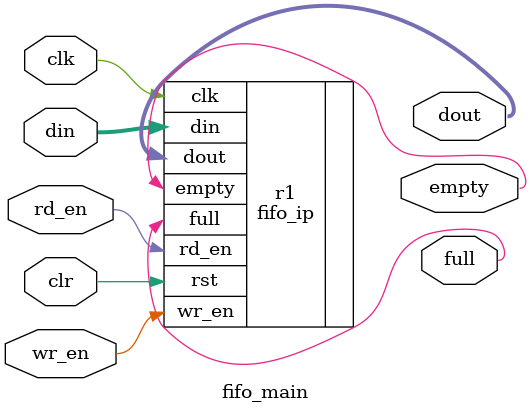
<source format=v>
`timescale 1ns / 1ps

module fifo_main(
    input clk,
    input clr,
    input [63:0] din,
    input wr_en,
    input rd_en,
    output [63:0] dout,
    output full,
    output empty
    );
    fifo_ip r1(.clk(clk), .rst(clr), .din(din), .wr_en(wr_en), .rd_en(rd_en), .dout(dout), .full(full), .empty(empty));    
endmodule

</source>
